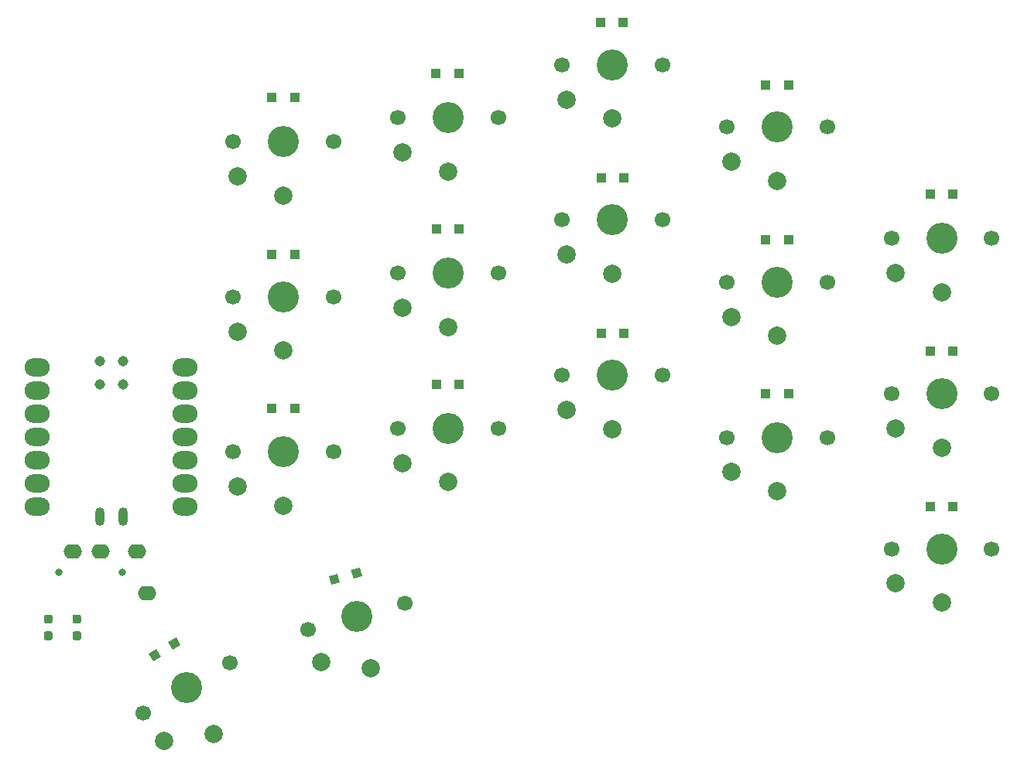
<source format=gbr>
%TF.GenerationSoftware,KiCad,Pcbnew,5.1.9*%
%TF.CreationDate,2021-04-16T22:17:29+02:00*%
%TF.ProjectId,handbrush,68616e64-6272-4757-9368-2e6b69636164,rev?*%
%TF.SameCoordinates,Original*%
%TF.FileFunction,Soldermask,Top*%
%TF.FilePolarity,Negative*%
%FSLAX46Y46*%
G04 Gerber Fmt 4.6, Leading zero omitted, Abs format (unit mm)*
G04 Created by KiCad (PCBNEW 5.1.9) date 2021-04-16 22:17:29*
%MOMM*%
%LPD*%
G01*
G04 APERTURE LIST*
%ADD10C,2.000000*%
%ADD11C,1.700000*%
%ADD12C,3.400000*%
%ADD13C,1.143000*%
%ADD14O,1.016000X2.032000*%
%ADD15O,2.748280X1.998980*%
%ADD16O,2.000000X1.600000*%
%ADD17C,0.800000*%
%ADD18C,0.100000*%
%ADD19R,1.000000X1.000000*%
G04 APERTURE END LIST*
D10*
%TO.C,MX4*%
X167390000Y-79850000D03*
X162390000Y-77750000D03*
D11*
X161890000Y-73950000D03*
X172890000Y-73950000D03*
D12*
X167390000Y-73950000D03*
%TD*%
D13*
%TO.C,U1*%
X95838803Y-102135813D03*
X93298803Y-102135813D03*
X95838803Y-99595813D03*
X93298803Y-99595813D03*
D14*
X95850000Y-116600000D03*
X93300000Y-116600000D03*
D15*
X86433120Y-100282180D03*
X86433120Y-102822180D03*
X86433120Y-105362180D03*
X86433120Y-107902180D03*
X86433120Y-110442180D03*
X86433120Y-112982180D03*
X86433120Y-115522180D03*
X102597680Y-115522180D03*
X102597680Y-112982180D03*
X102597680Y-110442180D03*
X102597680Y-107902180D03*
X102597680Y-105362180D03*
X102597680Y-102822180D03*
X102597680Y-100282180D03*
%TD*%
%TO.C,R2*%
G36*
G01*
X87907500Y-128325000D02*
X87432500Y-128325000D01*
G75*
G02*
X87195000Y-128087500I0J237500D01*
G01*
X87195000Y-127587500D01*
G75*
G02*
X87432500Y-127350000I237500J0D01*
G01*
X87907500Y-127350000D01*
G75*
G02*
X88145000Y-127587500I0J-237500D01*
G01*
X88145000Y-128087500D01*
G75*
G02*
X87907500Y-128325000I-237500J0D01*
G01*
G37*
G36*
G01*
X87907500Y-130150000D02*
X87432500Y-130150000D01*
G75*
G02*
X87195000Y-129912500I0J237500D01*
G01*
X87195000Y-129412500D01*
G75*
G02*
X87432500Y-129175000I237500J0D01*
G01*
X87907500Y-129175000D01*
G75*
G02*
X88145000Y-129412500I0J-237500D01*
G01*
X88145000Y-129912500D01*
G75*
G02*
X87907500Y-130150000I-237500J0D01*
G01*
G37*
%TD*%
%TO.C,R1*%
G36*
G01*
X91027500Y-128325000D02*
X90552500Y-128325000D01*
G75*
G02*
X90315000Y-128087500I0J237500D01*
G01*
X90315000Y-127587500D01*
G75*
G02*
X90552500Y-127350000I237500J0D01*
G01*
X91027500Y-127350000D01*
G75*
G02*
X91265000Y-127587500I0J-237500D01*
G01*
X91265000Y-128087500D01*
G75*
G02*
X91027500Y-128325000I-237500J0D01*
G01*
G37*
G36*
G01*
X91027500Y-130150000D02*
X90552500Y-130150000D01*
G75*
G02*
X90315000Y-129912500I0J237500D01*
G01*
X90315000Y-129412500D01*
G75*
G02*
X90552500Y-129175000I237500J0D01*
G01*
X91027500Y-129175000D01*
G75*
G02*
X91265000Y-129412500I0J-237500D01*
G01*
X91265000Y-129912500D01*
G75*
G02*
X91027500Y-130150000I-237500J0D01*
G01*
G37*
%TD*%
D10*
%TO.C,MX17*%
X105740000Y-140459550D03*
X100359873Y-141140897D03*
D11*
X98026860Y-138100000D03*
X107553140Y-132600000D03*
D12*
X102790000Y-135350000D03*
%TD*%
D10*
%TO.C,MX16*%
X113390000Y-115450000D03*
X108390000Y-113350000D03*
D11*
X107890000Y-109550000D03*
X118890000Y-109550000D03*
D12*
X113390000Y-109550000D03*
%TD*%
D10*
%TO.C,MX15*%
X113390000Y-98450000D03*
X108390000Y-96350000D03*
D11*
X107890000Y-92550000D03*
X118890000Y-92550000D03*
D12*
X113390000Y-92550000D03*
%TD*%
D10*
%TO.C,MX14*%
X113390000Y-81450000D03*
X108390000Y-79350000D03*
D11*
X107890000Y-75550000D03*
X118890000Y-75550000D03*
D12*
X113390000Y-75550000D03*
%TD*%
D10*
%TO.C,MX13*%
X122917032Y-133248962D03*
X117543883Y-132514613D03*
D11*
X116077408Y-128973505D03*
X126702592Y-126126495D03*
D12*
X121390000Y-127550000D03*
%TD*%
D10*
%TO.C,MX12*%
X131390000Y-112850000D03*
X126390000Y-110750000D03*
D11*
X125890000Y-106950000D03*
X136890000Y-106950000D03*
D12*
X131390000Y-106950000D03*
%TD*%
D10*
%TO.C,MX11*%
X131390000Y-95850000D03*
X126390000Y-93750000D03*
D11*
X125890000Y-89950000D03*
X136890000Y-89950000D03*
D12*
X131390000Y-89950000D03*
%TD*%
D10*
%TO.C,MX10*%
X131390000Y-78850000D03*
X126390000Y-76750000D03*
D11*
X125890000Y-72950000D03*
X136890000Y-72950000D03*
D12*
X131390000Y-72950000D03*
%TD*%
D10*
%TO.C,MX9*%
X149390000Y-107050000D03*
X144390000Y-104950000D03*
D11*
X143890000Y-101150000D03*
X154890000Y-101150000D03*
D12*
X149390000Y-101150000D03*
%TD*%
D10*
%TO.C,MX8*%
X149390000Y-90050000D03*
X144390000Y-87950000D03*
D11*
X143890000Y-84150000D03*
X154890000Y-84150000D03*
D12*
X149390000Y-84150000D03*
%TD*%
D10*
%TO.C,MX7*%
X149390000Y-73050000D03*
X144390000Y-70950000D03*
D11*
X143890000Y-67150000D03*
X154890000Y-67150000D03*
D12*
X149390000Y-67150000D03*
%TD*%
D10*
%TO.C,MX6*%
X167390000Y-113850000D03*
X162390000Y-111750000D03*
D11*
X161890000Y-107950000D03*
X172890000Y-107950000D03*
D12*
X167390000Y-107950000D03*
%TD*%
D10*
%TO.C,MX5*%
X167390000Y-96850000D03*
X162390000Y-94750000D03*
D11*
X161890000Y-90950000D03*
X172890000Y-90950000D03*
D12*
X167390000Y-90950000D03*
%TD*%
D10*
%TO.C,MX3*%
X185390000Y-126050000D03*
X180390000Y-123950000D03*
D11*
X179890000Y-120150000D03*
X190890000Y-120150000D03*
D12*
X185390000Y-120150000D03*
%TD*%
D10*
%TO.C,MX2*%
X185390000Y-109050000D03*
X180390000Y-106950000D03*
D11*
X179890000Y-103150000D03*
X190890000Y-103150000D03*
D12*
X185390000Y-103150000D03*
%TD*%
D10*
%TO.C,MX1*%
X185390000Y-92050000D03*
X180390000Y-89950000D03*
D11*
X179890000Y-86150000D03*
X190890000Y-86150000D03*
D12*
X185390000Y-86150000D03*
%TD*%
D16*
%TO.C,J1*%
X93390000Y-120450000D03*
D17*
X88790000Y-122750000D03*
X95790000Y-122750000D03*
D16*
X90390000Y-120450000D03*
X97390000Y-120450000D03*
X98490000Y-125050000D03*
%TD*%
D18*
%TO.C,D17*%
G36*
X99490481Y-131091987D02*
G01*
X99990481Y-131958013D01*
X99124455Y-132458013D01*
X98624455Y-131591987D01*
X99490481Y-131091987D01*
G37*
G36*
X101655545Y-129841987D02*
G01*
X102155545Y-130708013D01*
X101289519Y-131208013D01*
X100789519Y-130341987D01*
X101655545Y-129841987D01*
G37*
%TD*%
D19*
%TO.C,D16*%
X112140000Y-104750000D03*
X114640000Y-104750000D03*
%TD*%
%TO.C,D15*%
X112140000Y-87950000D03*
X114640000Y-87950000D03*
%TD*%
%TO.C,D14*%
X112140000Y-70750000D03*
X114640000Y-70750000D03*
%TD*%
D18*
%TO.C,D13*%
G36*
X119336146Y-122861152D02*
G01*
X119594965Y-123827077D01*
X118629040Y-124085896D01*
X118370221Y-123119971D01*
X119336146Y-122861152D01*
G37*
G36*
X121750960Y-122214104D02*
G01*
X122009779Y-123180029D01*
X121043854Y-123438848D01*
X120785035Y-122472923D01*
X121750960Y-122214104D01*
G37*
%TD*%
D19*
%TO.C,D12*%
X130140000Y-102150000D03*
X132640000Y-102150000D03*
%TD*%
%TO.C,D11*%
X130140000Y-85150000D03*
X132640000Y-85150000D03*
%TD*%
%TO.C,D10*%
X130090000Y-68150000D03*
X132590000Y-68150000D03*
%TD*%
%TO.C,D9*%
X148140000Y-96550000D03*
X150640000Y-96550000D03*
%TD*%
%TO.C,D8*%
X148140000Y-79550000D03*
X150640000Y-79550000D03*
%TD*%
%TO.C,D7*%
X148090000Y-62550000D03*
X150590000Y-62550000D03*
%TD*%
%TO.C,D6*%
X166140000Y-103150000D03*
X168640000Y-103150000D03*
%TD*%
%TO.C,D5*%
X166140000Y-86350000D03*
X168640000Y-86350000D03*
%TD*%
%TO.C,D4*%
X166140000Y-69350000D03*
X168640000Y-69350000D03*
%TD*%
%TO.C,D3*%
X184140000Y-115550000D03*
X186640000Y-115550000D03*
%TD*%
%TO.C,D2*%
X184140000Y-98550000D03*
X186640000Y-98550000D03*
%TD*%
%TO.C,D1*%
X184140000Y-81350000D03*
X186640000Y-81350000D03*
%TD*%
M02*

</source>
